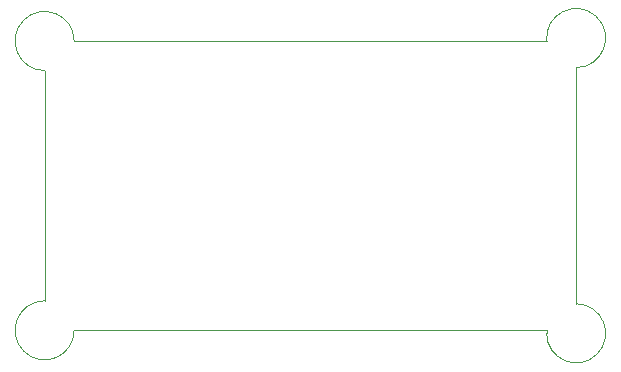
<source format=gbr>
%TF.GenerationSoftware,KiCad,Pcbnew,8.0.5*%
%TF.CreationDate,2024-09-30T08:41:22+06:00*%
%TF.ProjectId,MCU Datalogger,4d435520-4461-4746-916c-6f676765722e,rev?*%
%TF.SameCoordinates,Original*%
%TF.FileFunction,Profile,NP*%
%FSLAX46Y46*%
G04 Gerber Fmt 4.6, Leading zero omitted, Abs format (unit mm)*
G04 Created by KiCad (PCBNEW 8.0.5) date 2024-09-30 08:41:22*
%MOMM*%
%LPD*%
G01*
G04 APERTURE LIST*
%TA.AperFunction,Profile*%
%ADD10C,0.050000*%
%TD*%
G04 APERTURE END LIST*
D10*
X90000000Y-82000000D02*
X90000000Y-62500000D01*
X90000000Y-62500000D02*
G75*
G02*
X92500000Y-60000000I0J2500000D01*
G01*
X92500000Y-84500000D02*
G75*
G02*
X90000000Y-82000000I-2500000J0D01*
G01*
X135000000Y-62250000D02*
X135000000Y-82250000D01*
X135000000Y-82250000D02*
G75*
G02*
X132500000Y-84750000I0J-2500000D01*
G01*
X92500000Y-60000000D02*
X132512407Y-59998759D01*
X92500000Y-84500000D02*
X132500000Y-84500000D01*
X132500000Y-84750000D02*
X132500000Y-84500000D01*
X132512407Y-59998759D02*
G75*
G02*
X135000000Y-62250000I2487593J248759D01*
G01*
M02*

</source>
